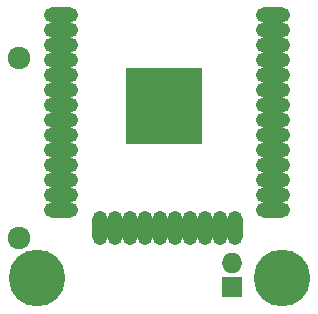
<source format=gbr>
G04 #@! TF.GenerationSoftware,KiCad,Pcbnew,no-vcs-found-33e0758~58~ubuntu16.04.1*
G04 #@! TF.CreationDate,2018-03-21T11:11:48+01:00*
G04 #@! TF.ProjectId,dropbuzzer,64726F7062757A7A65722E6B69636164,rev?*
G04 #@! TF.FileFunction,Soldermask,Top*
G04 #@! TF.FilePolarity,Negative*
%FSLAX46Y46*%
G04 Gerber Fmt 4.6, Leading zero omitted, Abs format (unit mm)*
G04 Created by KiCad (PCBNEW no-vcs-found-33e0758~58~ubuntu16.04.1) date Wed Mar 21 11:11:48 2018*
%MOMM*%
%LPD*%
G01*
G04 APERTURE LIST*
%ADD10C,0.100000*%
%ADD11C,4.800000*%
%ADD12C,1.924000*%
%ADD13O,2.900000X1.300000*%
%ADD14O,1.300000X2.900000*%
%ADD15R,6.400000X6.400000*%
%ADD16R,1.750000X1.750000*%
%ADD17O,1.750000X1.750000*%
G04 APERTURE END LIST*
D10*
D11*
X103000000Y-76500000D03*
D12*
X101450000Y-73100000D03*
X101450000Y-57900000D03*
D11*
X123750000Y-76500000D03*
D13*
X123000000Y-54250000D03*
X123000000Y-55520000D03*
X123000000Y-56790000D03*
X123000000Y-58060000D03*
X123000000Y-59330000D03*
X123000000Y-60600000D03*
X123000000Y-61870000D03*
X123000000Y-63140000D03*
X123000000Y-64410000D03*
X123000000Y-65680000D03*
X123000000Y-66950000D03*
X123000000Y-68220000D03*
X123000000Y-69490000D03*
X123000000Y-70760000D03*
D14*
X119715000Y-72250000D03*
X118445000Y-72250000D03*
X117175000Y-72250000D03*
X115905000Y-72250000D03*
X114635000Y-72250000D03*
X113365000Y-72250000D03*
X112095000Y-72250000D03*
X110825000Y-72250000D03*
X109555000Y-72250000D03*
X108285000Y-72250000D03*
D13*
X105000000Y-70760000D03*
X105000000Y-69490000D03*
X105000000Y-68220000D03*
X105000000Y-66950000D03*
X105000000Y-65680000D03*
X105000000Y-64410000D03*
X105000000Y-63140000D03*
X105000000Y-61870000D03*
X105000000Y-60600000D03*
X105000000Y-59330000D03*
X105000000Y-58060000D03*
X105000000Y-56790000D03*
X105000000Y-55520000D03*
X105000000Y-54250000D03*
D15*
X113700000Y-61950000D03*
D16*
X119500000Y-77250000D03*
D17*
X119500000Y-75250000D03*
M02*

</source>
